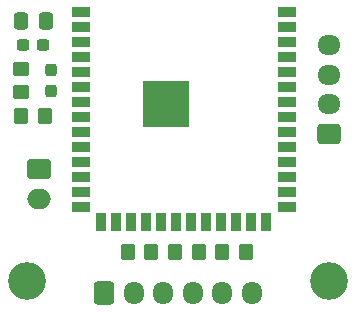
<source format=gbr>
%TF.GenerationSoftware,KiCad,Pcbnew,8.0.8*%
%TF.CreationDate,2025-02-07T05:45:52-05:00*%
%TF.ProjectId,ESP32_BluetoothModule_TerrapinRockets,45535033-325f-4426-9c75-65746f6f7468,rev?*%
%TF.SameCoordinates,Original*%
%TF.FileFunction,Soldermask,Top*%
%TF.FilePolarity,Negative*%
%FSLAX46Y46*%
G04 Gerber Fmt 4.6, Leading zero omitted, Abs format (unit mm)*
G04 Created by KiCad (PCBNEW 8.0.8) date 2025-02-07 05:45:52*
%MOMM*%
%LPD*%
G01*
G04 APERTURE LIST*
G04 Aperture macros list*
%AMRoundRect*
0 Rectangle with rounded corners*
0 $1 Rounding radius*
0 $2 $3 $4 $5 $6 $7 $8 $9 X,Y pos of 4 corners*
0 Add a 4 corners polygon primitive as box body*
4,1,4,$2,$3,$4,$5,$6,$7,$8,$9,$2,$3,0*
0 Add four circle primitives for the rounded corners*
1,1,$1+$1,$2,$3*
1,1,$1+$1,$4,$5*
1,1,$1+$1,$6,$7*
1,1,$1+$1,$8,$9*
0 Add four rect primitives between the rounded corners*
20,1,$1+$1,$2,$3,$4,$5,0*
20,1,$1+$1,$4,$5,$6,$7,0*
20,1,$1+$1,$6,$7,$8,$9,0*
20,1,$1+$1,$8,$9,$2,$3,0*%
G04 Aperture macros list end*
%ADD10RoundRect,0.250000X0.725000X-0.600000X0.725000X0.600000X-0.725000X0.600000X-0.725000X-0.600000X0*%
%ADD11O,1.950000X1.700000*%
%ADD12RoundRect,0.250000X-0.750000X0.600000X-0.750000X-0.600000X0.750000X-0.600000X0.750000X0.600000X0*%
%ADD13O,2.000000X1.700000*%
%ADD14R,1.500000X0.900000*%
%ADD15R,0.900000X1.500000*%
%ADD16C,0.600000*%
%ADD17R,3.900000X3.900000*%
%ADD18RoundRect,0.250000X-0.350000X-0.450000X0.350000X-0.450000X0.350000X0.450000X-0.350000X0.450000X0*%
%ADD19RoundRect,0.237500X0.300000X0.237500X-0.300000X0.237500X-0.300000X-0.237500X0.300000X-0.237500X0*%
%ADD20RoundRect,0.250000X0.337500X0.475000X-0.337500X0.475000X-0.337500X-0.475000X0.337500X-0.475000X0*%
%ADD21C,3.200000*%
%ADD22RoundRect,0.250000X-0.600000X-0.725000X0.600000X-0.725000X0.600000X0.725000X-0.600000X0.725000X0*%
%ADD23O,1.700000X1.950000*%
%ADD24RoundRect,0.237500X-0.237500X0.300000X-0.237500X-0.300000X0.237500X-0.300000X0.237500X0.300000X0*%
%ADD25RoundRect,0.250000X0.450000X-0.350000X0.450000X0.350000X-0.450000X0.350000X-0.450000X-0.350000X0*%
%ADD26RoundRect,0.250000X0.350000X0.450000X-0.350000X0.450000X-0.350000X-0.450000X0.350000X-0.450000X0*%
G04 APERTURE END LIST*
D10*
%TO.C,J2*%
X132000000Y-117000000D03*
D11*
X132000000Y-114500000D03*
X132000000Y-112000000D03*
X132000000Y-109500000D03*
%TD*%
D12*
%TO.C,J1*%
X107500000Y-120000000D03*
D13*
X107500000Y-122500000D03*
%TD*%
D14*
%TO.C,U2*%
X111000000Y-106740000D03*
X111000000Y-108010000D03*
X111000000Y-109280000D03*
X111000000Y-110550000D03*
X111000000Y-111820000D03*
X111000000Y-113090000D03*
X111000000Y-114360000D03*
X111000000Y-115630000D03*
X111000000Y-116900000D03*
X111000000Y-118170000D03*
X111000000Y-119440000D03*
X111000000Y-120710000D03*
X111000000Y-121980000D03*
X111000000Y-123250000D03*
D15*
X112765000Y-124500000D03*
X114035000Y-124500000D03*
X115305000Y-124500000D03*
X116575000Y-124500000D03*
X117845000Y-124500000D03*
X119115000Y-124500000D03*
X120385000Y-124500000D03*
X121655000Y-124500000D03*
X122925000Y-124500000D03*
X124195000Y-124500000D03*
X125465000Y-124500000D03*
X126735000Y-124500000D03*
D14*
X128500000Y-123250000D03*
X128500000Y-121980000D03*
X128500000Y-120710000D03*
X128500000Y-119440000D03*
X128500000Y-118170000D03*
X128500000Y-116900000D03*
X128500000Y-115630000D03*
X128500000Y-114360000D03*
X128500000Y-113090000D03*
X128500000Y-111820000D03*
X128500000Y-110550000D03*
X128500000Y-109280000D03*
X128500000Y-108010000D03*
X128500000Y-106740000D03*
D16*
X116850000Y-113760000D03*
X116850000Y-115160000D03*
X117550000Y-113060000D03*
X117550000Y-114460000D03*
X117550000Y-115860000D03*
X118250000Y-113760000D03*
D17*
X118250000Y-114460000D03*
D16*
X118250000Y-115160000D03*
X118950000Y-113060000D03*
X118950000Y-114460000D03*
X118950000Y-115860000D03*
X119650000Y-113760000D03*
X119650000Y-115160000D03*
%TD*%
D18*
%TO.C,R5*%
X106000000Y-115500000D03*
X108000000Y-115500000D03*
%TD*%
D19*
%TO.C,C2*%
X107862500Y-109500000D03*
X106137500Y-109500000D03*
%TD*%
D20*
%TO.C,C1*%
X108037500Y-107500000D03*
X105962500Y-107500000D03*
%TD*%
D21*
%TO.C,H4*%
X106500000Y-129500000D03*
%TD*%
D18*
%TO.C,R2*%
X115000000Y-127000000D03*
X117000000Y-127000000D03*
%TD*%
D22*
%TO.C,J3*%
X113000000Y-130500000D03*
D23*
X115500000Y-130500000D03*
X118000000Y-130500000D03*
X120500000Y-130500000D03*
X123000000Y-130500000D03*
X125500000Y-130500000D03*
%TD*%
D24*
%TO.C,C3*%
X108500000Y-111637500D03*
X108500000Y-113362500D03*
%TD*%
D21*
%TO.C,H3*%
X132000000Y-129500000D03*
%TD*%
D25*
%TO.C,R1*%
X106000000Y-113500000D03*
X106000000Y-111500000D03*
%TD*%
D26*
%TO.C,R4*%
X125000000Y-127000000D03*
X123000000Y-127000000D03*
%TD*%
D18*
%TO.C,R3*%
X119000000Y-127000000D03*
X121000000Y-127000000D03*
%TD*%
M02*

</source>
